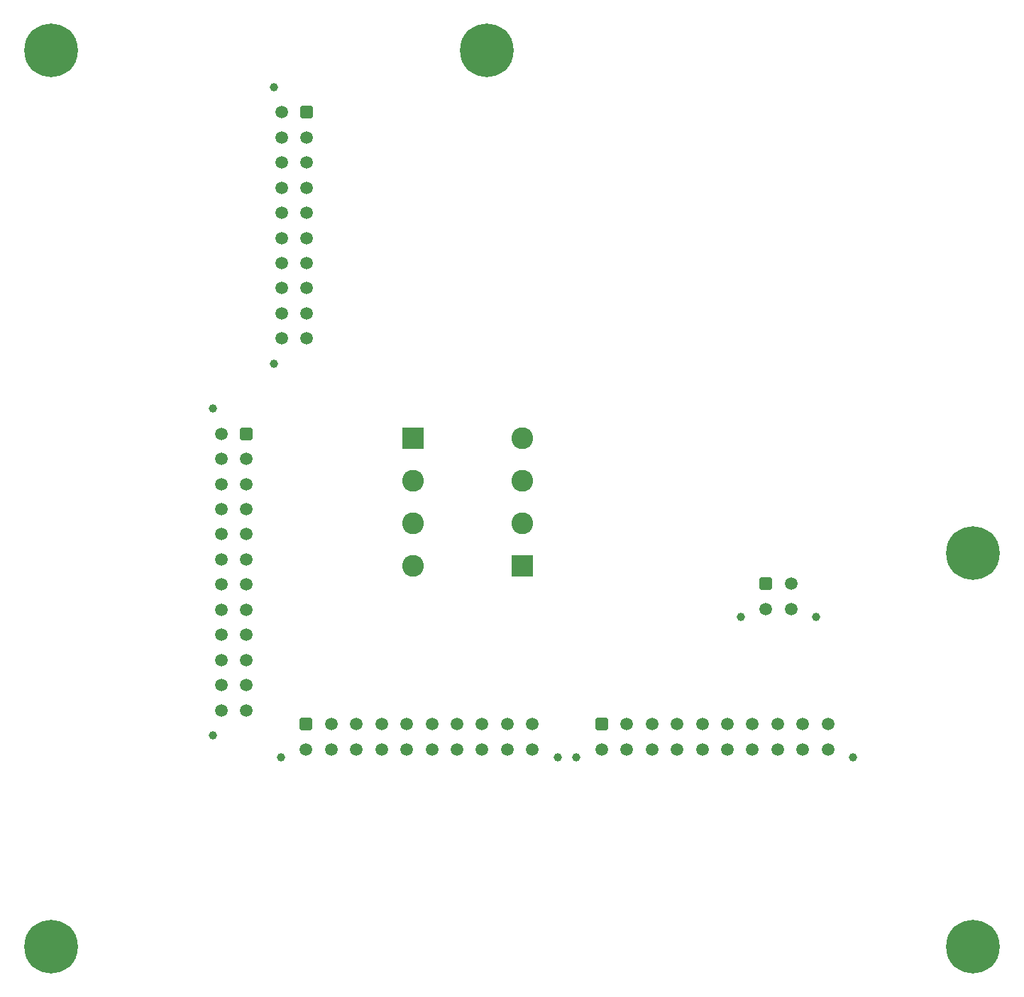
<source format=gbr>
%TF.GenerationSoftware,KiCad,Pcbnew,(6.0.7)*%
%TF.CreationDate,2023-01-08T18:55:16-06:00*%
%TF.ProjectId,Master Switch Enclosure Board,4d617374-6572-4205-9377-697463682045,rev?*%
%TF.SameCoordinates,Original*%
%TF.FileFunction,Soldermask,Bot*%
%TF.FilePolarity,Negative*%
%FSLAX46Y46*%
G04 Gerber Fmt 4.6, Leading zero omitted, Abs format (unit mm)*
G04 Created by KiCad (PCBNEW (6.0.7)) date 2023-01-08 18:55:16*
%MOMM*%
%LPD*%
G01*
G04 APERTURE LIST*
G04 Aperture macros list*
%AMRoundRect*
0 Rectangle with rounded corners*
0 $1 Rounding radius*
0 $2 $3 $4 $5 $6 $7 $8 $9 X,Y pos of 4 corners*
0 Add a 4 corners polygon primitive as box body*
4,1,4,$2,$3,$4,$5,$6,$7,$8,$9,$2,$3,0*
0 Add four circle primitives for the rounded corners*
1,1,$1+$1,$2,$3*
1,1,$1+$1,$4,$5*
1,1,$1+$1,$6,$7*
1,1,$1+$1,$8,$9*
0 Add four rect primitives between the rounded corners*
20,1,$1+$1,$2,$3,$4,$5,0*
20,1,$1+$1,$4,$5,$6,$7,0*
20,1,$1+$1,$6,$7,$8,$9,0*
20,1,$1+$1,$8,$9,$2,$3,0*%
G04 Aperture macros list end*
%ADD10C,6.400000*%
%ADD11C,1.000000*%
%ADD12RoundRect,0.250001X-0.499999X0.499999X-0.499999X-0.499999X0.499999X-0.499999X0.499999X0.499999X0*%
%ADD13C,1.500000*%
%ADD14RoundRect,0.250001X-0.499999X-0.499999X0.499999X-0.499999X0.499999X0.499999X-0.499999X0.499999X0*%
%ADD15R,2.600000X2.600000*%
%ADD16C,2.600000*%
G04 APERTURE END LIST*
D10*
%TO.C,M5*%
X55000000Y-162000000D03*
%TD*%
D11*
%TO.C,J6*%
X81539000Y-59400000D03*
X81539000Y-92400000D03*
D12*
X85479000Y-62400000D03*
D13*
X85479000Y-65400000D03*
X85479000Y-68400000D03*
X85479000Y-71400000D03*
X85479000Y-74400000D03*
X85479000Y-77400000D03*
X85479000Y-80400000D03*
X85479000Y-83400000D03*
X85479000Y-86400000D03*
X85479000Y-89400000D03*
X82479000Y-62400000D03*
X82479000Y-65400000D03*
X82479000Y-68400000D03*
X82479000Y-71400000D03*
X82479000Y-74400000D03*
X82479000Y-77400000D03*
X82479000Y-80400000D03*
X82479000Y-83400000D03*
X82479000Y-86400000D03*
X82479000Y-89400000D03*
%TD*%
D11*
%TO.C,J3*%
X74331000Y-97788000D03*
X74331000Y-136788000D03*
D12*
X78271000Y-100788000D03*
D13*
X78271000Y-103788000D03*
X78271000Y-106788000D03*
X78271000Y-109788000D03*
X78271000Y-112788000D03*
X78271000Y-115788000D03*
X78271000Y-118788000D03*
X78271000Y-121788000D03*
X78271000Y-124788000D03*
X78271000Y-127788000D03*
X78271000Y-130788000D03*
X78271000Y-133788000D03*
X75271000Y-100788000D03*
X75271000Y-103788000D03*
X75271000Y-106788000D03*
X75271000Y-109788000D03*
X75271000Y-112788000D03*
X75271000Y-115788000D03*
X75271000Y-118788000D03*
X75271000Y-121788000D03*
X75271000Y-124788000D03*
X75271000Y-127788000D03*
X75271000Y-130788000D03*
X75271000Y-133788000D03*
%TD*%
D11*
%TO.C,J2*%
X150671000Y-139405000D03*
X117671000Y-139405000D03*
D14*
X120671000Y-135465000D03*
D13*
X123671000Y-135465000D03*
X126671000Y-135465000D03*
X129671000Y-135465000D03*
X132671000Y-135465000D03*
X135671000Y-135465000D03*
X138671000Y-135465000D03*
X141671000Y-135465000D03*
X144671000Y-135465000D03*
X147671000Y-135465000D03*
X120671000Y-138465000D03*
X123671000Y-138465000D03*
X126671000Y-138465000D03*
X129671000Y-138465000D03*
X132671000Y-138465000D03*
X135671000Y-138465000D03*
X138671000Y-138465000D03*
X141671000Y-138465000D03*
X144671000Y-138465000D03*
X147671000Y-138465000D03*
%TD*%
D11*
%TO.C,J7*%
X137254715Y-122622034D03*
X146254715Y-122622034D03*
D14*
X140254715Y-118682034D03*
D13*
X143254715Y-118682034D03*
X140254715Y-121682034D03*
X143254715Y-121682034D03*
%TD*%
D10*
%TO.C,M1*%
X55000000Y-55000000D03*
%TD*%
%TO.C,M2*%
X107000000Y-55000000D03*
%TD*%
D11*
%TO.C,J1*%
X82415000Y-139405000D03*
X115415000Y-139405000D03*
D14*
X85415000Y-135465000D03*
D13*
X88415000Y-135465000D03*
X91415000Y-135465000D03*
X94415000Y-135465000D03*
X97415000Y-135465000D03*
X100415000Y-135465000D03*
X103415000Y-135465000D03*
X106415000Y-135465000D03*
X109415000Y-135465000D03*
X112415000Y-135465000D03*
X85415000Y-138465000D03*
X88415000Y-138465000D03*
X91415000Y-138465000D03*
X94415000Y-138465000D03*
X97415000Y-138465000D03*
X100415000Y-138465000D03*
X103415000Y-138465000D03*
X106415000Y-138465000D03*
X109415000Y-138465000D03*
X112415000Y-138465000D03*
%TD*%
D10*
%TO.C,M4*%
X165000000Y-162000000D03*
%TD*%
D15*
%TO.C,J5*%
X98199000Y-101340000D03*
D16*
X98199000Y-106420000D03*
X98199000Y-111500000D03*
X98199000Y-116580000D03*
%TD*%
D10*
%TO.C,M3*%
X165000000Y-115000000D03*
%TD*%
D15*
%TO.C,J4*%
X111219000Y-116592000D03*
D16*
X111219000Y-111512000D03*
X111219000Y-106432000D03*
X111219000Y-101352000D03*
%TD*%
M02*

</source>
